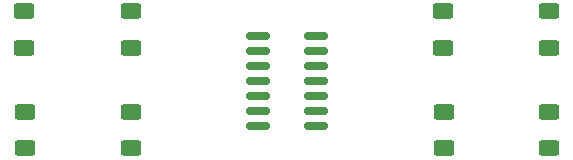
<source format=gbr>
%TF.GenerationSoftware,KiCad,Pcbnew,6.0.1-79c1e3a40b~116~ubuntu20.04.1*%
%TF.CreationDate,2022-02-17T01:53:58+05:30*%
%TF.ProjectId,lsa,6c73612e-6b69-4636-9164-5f7063625858,rev?*%
%TF.SameCoordinates,Original*%
%TF.FileFunction,Paste,Bot*%
%TF.FilePolarity,Positive*%
%FSLAX46Y46*%
G04 Gerber Fmt 4.6, Leading zero omitted, Abs format (unit mm)*
G04 Created by KiCad (PCBNEW 6.0.1-79c1e3a40b~116~ubuntu20.04.1) date 2022-02-17 01:53:58*
%MOMM*%
%LPD*%
G01*
G04 APERTURE LIST*
G04 Aperture macros list*
%AMRoundRect*
0 Rectangle with rounded corners*
0 $1 Rounding radius*
0 $2 $3 $4 $5 $6 $7 $8 $9 X,Y pos of 4 corners*
0 Add a 4 corners polygon primitive as box body*
4,1,4,$2,$3,$4,$5,$6,$7,$8,$9,$2,$3,0*
0 Add four circle primitives for the rounded corners*
1,1,$1+$1,$2,$3*
1,1,$1+$1,$4,$5*
1,1,$1+$1,$6,$7*
1,1,$1+$1,$8,$9*
0 Add four rect primitives between the rounded corners*
20,1,$1+$1,$2,$3,$4,$5,0*
20,1,$1+$1,$4,$5,$6,$7,0*
20,1,$1+$1,$6,$7,$8,$9,0*
20,1,$1+$1,$8,$9,$2,$3,0*%
G04 Aperture macros list end*
%ADD10RoundRect,0.250000X0.625000X-0.400000X0.625000X0.400000X-0.625000X0.400000X-0.625000X-0.400000X0*%
%ADD11RoundRect,0.150000X0.825000X0.150000X-0.825000X0.150000X-0.825000X-0.150000X0.825000X-0.150000X0*%
G04 APERTURE END LIST*
D10*
%TO.C,R4*%
X138380000Y-89760000D03*
X138380000Y-86660000D03*
%TD*%
%TO.C,R3*%
X129450000Y-89760000D03*
X129450000Y-86660000D03*
%TD*%
%TO.C,R5*%
X93890000Y-81230000D03*
X93890000Y-78130000D03*
%TD*%
D11*
%TO.C,U1*%
X113700000Y-80270000D03*
X113700000Y-81540000D03*
X113700000Y-82810000D03*
X113700000Y-84080000D03*
X113700000Y-85350000D03*
X113700000Y-86620000D03*
X113700000Y-87890000D03*
X118650000Y-87890000D03*
X118650000Y-86620000D03*
X118650000Y-85350000D03*
X118650000Y-84080000D03*
X118650000Y-82810000D03*
X118650000Y-81540000D03*
X118650000Y-80270000D03*
%TD*%
D10*
%TO.C,R6*%
X102915713Y-78130000D03*
X102915713Y-81230000D03*
%TD*%
%TO.C,R8*%
X138360000Y-81250000D03*
X138360000Y-78150000D03*
%TD*%
%TO.C,R7*%
X129400000Y-78150000D03*
X129400000Y-81250000D03*
%TD*%
%TO.C,R1*%
X93940000Y-86640000D03*
X93940000Y-89740000D03*
%TD*%
%TO.C,R2*%
X102920000Y-89750000D03*
X102920000Y-86650000D03*
%TD*%
M02*

</source>
